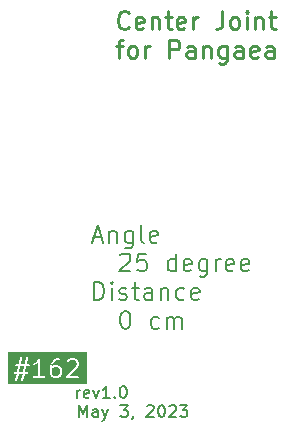
<source format=gbr>
%TF.GenerationSoftware,KiCad,Pcbnew,7.0.1-0*%
%TF.CreationDate,2023-05-03T10:27:22+09:00*%
%TF.ProjectId,centerjoint-0cm-wSwitch,63656e74-6572-46a6-9f69-6e742d30636d,rev?*%
%TF.SameCoordinates,Original*%
%TF.FileFunction,Legend,Top*%
%TF.FilePolarity,Positive*%
%FSLAX46Y46*%
G04 Gerber Fmt 4.6, Leading zero omitted, Abs format (unit mm)*
G04 Created by KiCad (PCBNEW 7.0.1-0) date 2023-05-03 10:27:22*
%MOMM*%
%LPD*%
G01*
G04 APERTURE LIST*
%ADD10C,0.250000*%
%ADD11C,0.150000*%
G04 APERTURE END LIST*
D10*
X31984269Y-24323569D02*
X31912841Y-24394998D01*
X31912841Y-24394998D02*
X31698555Y-24466426D01*
X31698555Y-24466426D02*
X31555698Y-24466426D01*
X31555698Y-24466426D02*
X31341412Y-24394998D01*
X31341412Y-24394998D02*
X31198555Y-24252140D01*
X31198555Y-24252140D02*
X31127126Y-24109283D01*
X31127126Y-24109283D02*
X31055698Y-23823569D01*
X31055698Y-23823569D02*
X31055698Y-23609283D01*
X31055698Y-23609283D02*
X31127126Y-23323569D01*
X31127126Y-23323569D02*
X31198555Y-23180712D01*
X31198555Y-23180712D02*
X31341412Y-23037855D01*
X31341412Y-23037855D02*
X31555698Y-22966426D01*
X31555698Y-22966426D02*
X31698555Y-22966426D01*
X31698555Y-22966426D02*
X31912841Y-23037855D01*
X31912841Y-23037855D02*
X31984269Y-23109283D01*
X33198555Y-24394998D02*
X33055698Y-24466426D01*
X33055698Y-24466426D02*
X32769984Y-24466426D01*
X32769984Y-24466426D02*
X32627126Y-24394998D01*
X32627126Y-24394998D02*
X32555698Y-24252140D01*
X32555698Y-24252140D02*
X32555698Y-23680712D01*
X32555698Y-23680712D02*
X32627126Y-23537855D01*
X32627126Y-23537855D02*
X32769984Y-23466426D01*
X32769984Y-23466426D02*
X33055698Y-23466426D01*
X33055698Y-23466426D02*
X33198555Y-23537855D01*
X33198555Y-23537855D02*
X33269984Y-23680712D01*
X33269984Y-23680712D02*
X33269984Y-23823569D01*
X33269984Y-23823569D02*
X32555698Y-23966426D01*
X33912840Y-23466426D02*
X33912840Y-24466426D01*
X33912840Y-23609283D02*
X33984269Y-23537855D01*
X33984269Y-23537855D02*
X34127126Y-23466426D01*
X34127126Y-23466426D02*
X34341412Y-23466426D01*
X34341412Y-23466426D02*
X34484269Y-23537855D01*
X34484269Y-23537855D02*
X34555698Y-23680712D01*
X34555698Y-23680712D02*
X34555698Y-24466426D01*
X35055698Y-23466426D02*
X35627126Y-23466426D01*
X35269983Y-22966426D02*
X35269983Y-24252140D01*
X35269983Y-24252140D02*
X35341412Y-24394998D01*
X35341412Y-24394998D02*
X35484269Y-24466426D01*
X35484269Y-24466426D02*
X35627126Y-24466426D01*
X36698555Y-24394998D02*
X36555698Y-24466426D01*
X36555698Y-24466426D02*
X36269984Y-24466426D01*
X36269984Y-24466426D02*
X36127126Y-24394998D01*
X36127126Y-24394998D02*
X36055698Y-24252140D01*
X36055698Y-24252140D02*
X36055698Y-23680712D01*
X36055698Y-23680712D02*
X36127126Y-23537855D01*
X36127126Y-23537855D02*
X36269984Y-23466426D01*
X36269984Y-23466426D02*
X36555698Y-23466426D01*
X36555698Y-23466426D02*
X36698555Y-23537855D01*
X36698555Y-23537855D02*
X36769984Y-23680712D01*
X36769984Y-23680712D02*
X36769984Y-23823569D01*
X36769984Y-23823569D02*
X36055698Y-23966426D01*
X37412840Y-24466426D02*
X37412840Y-23466426D01*
X37412840Y-23752140D02*
X37484269Y-23609283D01*
X37484269Y-23609283D02*
X37555698Y-23537855D01*
X37555698Y-23537855D02*
X37698555Y-23466426D01*
X37698555Y-23466426D02*
X37841412Y-23466426D01*
X39912840Y-22966426D02*
X39912840Y-24037855D01*
X39912840Y-24037855D02*
X39841411Y-24252140D01*
X39841411Y-24252140D02*
X39698554Y-24394998D01*
X39698554Y-24394998D02*
X39484268Y-24466426D01*
X39484268Y-24466426D02*
X39341411Y-24466426D01*
X40841411Y-24466426D02*
X40698554Y-24394998D01*
X40698554Y-24394998D02*
X40627125Y-24323569D01*
X40627125Y-24323569D02*
X40555697Y-24180712D01*
X40555697Y-24180712D02*
X40555697Y-23752140D01*
X40555697Y-23752140D02*
X40627125Y-23609283D01*
X40627125Y-23609283D02*
X40698554Y-23537855D01*
X40698554Y-23537855D02*
X40841411Y-23466426D01*
X40841411Y-23466426D02*
X41055697Y-23466426D01*
X41055697Y-23466426D02*
X41198554Y-23537855D01*
X41198554Y-23537855D02*
X41269983Y-23609283D01*
X41269983Y-23609283D02*
X41341411Y-23752140D01*
X41341411Y-23752140D02*
X41341411Y-24180712D01*
X41341411Y-24180712D02*
X41269983Y-24323569D01*
X41269983Y-24323569D02*
X41198554Y-24394998D01*
X41198554Y-24394998D02*
X41055697Y-24466426D01*
X41055697Y-24466426D02*
X40841411Y-24466426D01*
X41984268Y-24466426D02*
X41984268Y-23466426D01*
X41984268Y-22966426D02*
X41912840Y-23037855D01*
X41912840Y-23037855D02*
X41984268Y-23109283D01*
X41984268Y-23109283D02*
X42055697Y-23037855D01*
X42055697Y-23037855D02*
X41984268Y-22966426D01*
X41984268Y-22966426D02*
X41984268Y-23109283D01*
X42698554Y-23466426D02*
X42698554Y-24466426D01*
X42698554Y-23609283D02*
X42769983Y-23537855D01*
X42769983Y-23537855D02*
X42912840Y-23466426D01*
X42912840Y-23466426D02*
X43127126Y-23466426D01*
X43127126Y-23466426D02*
X43269983Y-23537855D01*
X43269983Y-23537855D02*
X43341412Y-23680712D01*
X43341412Y-23680712D02*
X43341412Y-24466426D01*
X43841412Y-23466426D02*
X44412840Y-23466426D01*
X44055697Y-22966426D02*
X44055697Y-24252140D01*
X44055697Y-24252140D02*
X44127126Y-24394998D01*
X44127126Y-24394998D02*
X44269983Y-24466426D01*
X44269983Y-24466426D02*
X44412840Y-24466426D01*
X30912841Y-25896426D02*
X31484269Y-25896426D01*
X31127126Y-26896426D02*
X31127126Y-25610712D01*
X31127126Y-25610712D02*
X31198555Y-25467855D01*
X31198555Y-25467855D02*
X31341412Y-25396426D01*
X31341412Y-25396426D02*
X31484269Y-25396426D01*
X32198555Y-26896426D02*
X32055698Y-26824998D01*
X32055698Y-26824998D02*
X31984269Y-26753569D01*
X31984269Y-26753569D02*
X31912841Y-26610712D01*
X31912841Y-26610712D02*
X31912841Y-26182140D01*
X31912841Y-26182140D02*
X31984269Y-26039283D01*
X31984269Y-26039283D02*
X32055698Y-25967855D01*
X32055698Y-25967855D02*
X32198555Y-25896426D01*
X32198555Y-25896426D02*
X32412841Y-25896426D01*
X32412841Y-25896426D02*
X32555698Y-25967855D01*
X32555698Y-25967855D02*
X32627127Y-26039283D01*
X32627127Y-26039283D02*
X32698555Y-26182140D01*
X32698555Y-26182140D02*
X32698555Y-26610712D01*
X32698555Y-26610712D02*
X32627127Y-26753569D01*
X32627127Y-26753569D02*
X32555698Y-26824998D01*
X32555698Y-26824998D02*
X32412841Y-26896426D01*
X32412841Y-26896426D02*
X32198555Y-26896426D01*
X33341412Y-26896426D02*
X33341412Y-25896426D01*
X33341412Y-26182140D02*
X33412841Y-26039283D01*
X33412841Y-26039283D02*
X33484270Y-25967855D01*
X33484270Y-25967855D02*
X33627127Y-25896426D01*
X33627127Y-25896426D02*
X33769984Y-25896426D01*
X35412840Y-26896426D02*
X35412840Y-25396426D01*
X35412840Y-25396426D02*
X35984269Y-25396426D01*
X35984269Y-25396426D02*
X36127126Y-25467855D01*
X36127126Y-25467855D02*
X36198555Y-25539283D01*
X36198555Y-25539283D02*
X36269983Y-25682140D01*
X36269983Y-25682140D02*
X36269983Y-25896426D01*
X36269983Y-25896426D02*
X36198555Y-26039283D01*
X36198555Y-26039283D02*
X36127126Y-26110712D01*
X36127126Y-26110712D02*
X35984269Y-26182140D01*
X35984269Y-26182140D02*
X35412840Y-26182140D01*
X37555698Y-26896426D02*
X37555698Y-26110712D01*
X37555698Y-26110712D02*
X37484269Y-25967855D01*
X37484269Y-25967855D02*
X37341412Y-25896426D01*
X37341412Y-25896426D02*
X37055698Y-25896426D01*
X37055698Y-25896426D02*
X36912840Y-25967855D01*
X37555698Y-26824998D02*
X37412840Y-26896426D01*
X37412840Y-26896426D02*
X37055698Y-26896426D01*
X37055698Y-26896426D02*
X36912840Y-26824998D01*
X36912840Y-26824998D02*
X36841412Y-26682140D01*
X36841412Y-26682140D02*
X36841412Y-26539283D01*
X36841412Y-26539283D02*
X36912840Y-26396426D01*
X36912840Y-26396426D02*
X37055698Y-26324998D01*
X37055698Y-26324998D02*
X37412840Y-26324998D01*
X37412840Y-26324998D02*
X37555698Y-26253569D01*
X38269983Y-25896426D02*
X38269983Y-26896426D01*
X38269983Y-26039283D02*
X38341412Y-25967855D01*
X38341412Y-25967855D02*
X38484269Y-25896426D01*
X38484269Y-25896426D02*
X38698555Y-25896426D01*
X38698555Y-25896426D02*
X38841412Y-25967855D01*
X38841412Y-25967855D02*
X38912841Y-26110712D01*
X38912841Y-26110712D02*
X38912841Y-26896426D01*
X40269984Y-25896426D02*
X40269984Y-27110712D01*
X40269984Y-27110712D02*
X40198555Y-27253569D01*
X40198555Y-27253569D02*
X40127126Y-27324998D01*
X40127126Y-27324998D02*
X39984269Y-27396426D01*
X39984269Y-27396426D02*
X39769984Y-27396426D01*
X39769984Y-27396426D02*
X39627126Y-27324998D01*
X40269984Y-26824998D02*
X40127126Y-26896426D01*
X40127126Y-26896426D02*
X39841412Y-26896426D01*
X39841412Y-26896426D02*
X39698555Y-26824998D01*
X39698555Y-26824998D02*
X39627126Y-26753569D01*
X39627126Y-26753569D02*
X39555698Y-26610712D01*
X39555698Y-26610712D02*
X39555698Y-26182140D01*
X39555698Y-26182140D02*
X39627126Y-26039283D01*
X39627126Y-26039283D02*
X39698555Y-25967855D01*
X39698555Y-25967855D02*
X39841412Y-25896426D01*
X39841412Y-25896426D02*
X40127126Y-25896426D01*
X40127126Y-25896426D02*
X40269984Y-25967855D01*
X41627127Y-26896426D02*
X41627127Y-26110712D01*
X41627127Y-26110712D02*
X41555698Y-25967855D01*
X41555698Y-25967855D02*
X41412841Y-25896426D01*
X41412841Y-25896426D02*
X41127127Y-25896426D01*
X41127127Y-25896426D02*
X40984269Y-25967855D01*
X41627127Y-26824998D02*
X41484269Y-26896426D01*
X41484269Y-26896426D02*
X41127127Y-26896426D01*
X41127127Y-26896426D02*
X40984269Y-26824998D01*
X40984269Y-26824998D02*
X40912841Y-26682140D01*
X40912841Y-26682140D02*
X40912841Y-26539283D01*
X40912841Y-26539283D02*
X40984269Y-26396426D01*
X40984269Y-26396426D02*
X41127127Y-26324998D01*
X41127127Y-26324998D02*
X41484269Y-26324998D01*
X41484269Y-26324998D02*
X41627127Y-26253569D01*
X42912841Y-26824998D02*
X42769984Y-26896426D01*
X42769984Y-26896426D02*
X42484270Y-26896426D01*
X42484270Y-26896426D02*
X42341412Y-26824998D01*
X42341412Y-26824998D02*
X42269984Y-26682140D01*
X42269984Y-26682140D02*
X42269984Y-26110712D01*
X42269984Y-26110712D02*
X42341412Y-25967855D01*
X42341412Y-25967855D02*
X42484270Y-25896426D01*
X42484270Y-25896426D02*
X42769984Y-25896426D01*
X42769984Y-25896426D02*
X42912841Y-25967855D01*
X42912841Y-25967855D02*
X42984270Y-26110712D01*
X42984270Y-26110712D02*
X42984270Y-26253569D01*
X42984270Y-26253569D02*
X42269984Y-26396426D01*
X44269984Y-26896426D02*
X44269984Y-26110712D01*
X44269984Y-26110712D02*
X44198555Y-25967855D01*
X44198555Y-25967855D02*
X44055698Y-25896426D01*
X44055698Y-25896426D02*
X43769984Y-25896426D01*
X43769984Y-25896426D02*
X43627126Y-25967855D01*
X44269984Y-26824998D02*
X44127126Y-26896426D01*
X44127126Y-26896426D02*
X43769984Y-26896426D01*
X43769984Y-26896426D02*
X43627126Y-26824998D01*
X43627126Y-26824998D02*
X43555698Y-26682140D01*
X43555698Y-26682140D02*
X43555698Y-26539283D01*
X43555698Y-26539283D02*
X43627126Y-26396426D01*
X43627126Y-26396426D02*
X43769984Y-26324998D01*
X43769984Y-26324998D02*
X44127126Y-26324998D01*
X44127126Y-26324998D02*
X44269984Y-26253569D01*
D11*
X27608079Y-55697390D02*
X27608079Y-55030723D01*
X27608079Y-55221199D02*
X27655698Y-55125961D01*
X27655698Y-55125961D02*
X27703317Y-55078342D01*
X27703317Y-55078342D02*
X27798555Y-55030723D01*
X27798555Y-55030723D02*
X27893793Y-55030723D01*
X28608079Y-55649771D02*
X28512841Y-55697390D01*
X28512841Y-55697390D02*
X28322365Y-55697390D01*
X28322365Y-55697390D02*
X28227127Y-55649771D01*
X28227127Y-55649771D02*
X28179508Y-55554532D01*
X28179508Y-55554532D02*
X28179508Y-55173580D01*
X28179508Y-55173580D02*
X28227127Y-55078342D01*
X28227127Y-55078342D02*
X28322365Y-55030723D01*
X28322365Y-55030723D02*
X28512841Y-55030723D01*
X28512841Y-55030723D02*
X28608079Y-55078342D01*
X28608079Y-55078342D02*
X28655698Y-55173580D01*
X28655698Y-55173580D02*
X28655698Y-55268818D01*
X28655698Y-55268818D02*
X28179508Y-55364056D01*
X28989032Y-55030723D02*
X29227127Y-55697390D01*
X29227127Y-55697390D02*
X29465222Y-55030723D01*
X30369984Y-55697390D02*
X29798556Y-55697390D01*
X30084270Y-55697390D02*
X30084270Y-54697390D01*
X30084270Y-54697390D02*
X29989032Y-54840247D01*
X29989032Y-54840247D02*
X29893794Y-54935485D01*
X29893794Y-54935485D02*
X29798556Y-54983104D01*
X30798556Y-55602151D02*
X30846175Y-55649771D01*
X30846175Y-55649771D02*
X30798556Y-55697390D01*
X30798556Y-55697390D02*
X30750937Y-55649771D01*
X30750937Y-55649771D02*
X30798556Y-55602151D01*
X30798556Y-55602151D02*
X30798556Y-55697390D01*
X31465222Y-54697390D02*
X31560460Y-54697390D01*
X31560460Y-54697390D02*
X31655698Y-54745009D01*
X31655698Y-54745009D02*
X31703317Y-54792628D01*
X31703317Y-54792628D02*
X31750936Y-54887866D01*
X31750936Y-54887866D02*
X31798555Y-55078342D01*
X31798555Y-55078342D02*
X31798555Y-55316437D01*
X31798555Y-55316437D02*
X31750936Y-55506913D01*
X31750936Y-55506913D02*
X31703317Y-55602151D01*
X31703317Y-55602151D02*
X31655698Y-55649771D01*
X31655698Y-55649771D02*
X31560460Y-55697390D01*
X31560460Y-55697390D02*
X31465222Y-55697390D01*
X31465222Y-55697390D02*
X31369984Y-55649771D01*
X31369984Y-55649771D02*
X31322365Y-55602151D01*
X31322365Y-55602151D02*
X31274746Y-55506913D01*
X31274746Y-55506913D02*
X31227127Y-55316437D01*
X31227127Y-55316437D02*
X31227127Y-55078342D01*
X31227127Y-55078342D02*
X31274746Y-54887866D01*
X31274746Y-54887866D02*
X31322365Y-54792628D01*
X31322365Y-54792628D02*
X31369984Y-54745009D01*
X31369984Y-54745009D02*
X31465222Y-54697390D01*
X27808079Y-57297390D02*
X27808079Y-56297390D01*
X27808079Y-56297390D02*
X28141412Y-57011675D01*
X28141412Y-57011675D02*
X28474745Y-56297390D01*
X28474745Y-56297390D02*
X28474745Y-57297390D01*
X29379507Y-57297390D02*
X29379507Y-56773580D01*
X29379507Y-56773580D02*
X29331888Y-56678342D01*
X29331888Y-56678342D02*
X29236650Y-56630723D01*
X29236650Y-56630723D02*
X29046174Y-56630723D01*
X29046174Y-56630723D02*
X28950936Y-56678342D01*
X29379507Y-57249771D02*
X29284269Y-57297390D01*
X29284269Y-57297390D02*
X29046174Y-57297390D01*
X29046174Y-57297390D02*
X28950936Y-57249771D01*
X28950936Y-57249771D02*
X28903317Y-57154532D01*
X28903317Y-57154532D02*
X28903317Y-57059294D01*
X28903317Y-57059294D02*
X28950936Y-56964056D01*
X28950936Y-56964056D02*
X29046174Y-56916437D01*
X29046174Y-56916437D02*
X29284269Y-56916437D01*
X29284269Y-56916437D02*
X29379507Y-56868818D01*
X29760460Y-56630723D02*
X29998555Y-57297390D01*
X30236650Y-56630723D02*
X29998555Y-57297390D01*
X29998555Y-57297390D02*
X29903317Y-57535485D01*
X29903317Y-57535485D02*
X29855698Y-57583104D01*
X29855698Y-57583104D02*
X29760460Y-57630723D01*
X31284270Y-56297390D02*
X31903317Y-56297390D01*
X31903317Y-56297390D02*
X31569984Y-56678342D01*
X31569984Y-56678342D02*
X31712841Y-56678342D01*
X31712841Y-56678342D02*
X31808079Y-56725961D01*
X31808079Y-56725961D02*
X31855698Y-56773580D01*
X31855698Y-56773580D02*
X31903317Y-56868818D01*
X31903317Y-56868818D02*
X31903317Y-57106913D01*
X31903317Y-57106913D02*
X31855698Y-57202151D01*
X31855698Y-57202151D02*
X31808079Y-57249771D01*
X31808079Y-57249771D02*
X31712841Y-57297390D01*
X31712841Y-57297390D02*
X31427127Y-57297390D01*
X31427127Y-57297390D02*
X31331889Y-57249771D01*
X31331889Y-57249771D02*
X31284270Y-57202151D01*
X32379508Y-57249771D02*
X32379508Y-57297390D01*
X32379508Y-57297390D02*
X32331889Y-57392628D01*
X32331889Y-57392628D02*
X32284270Y-57440247D01*
X33522365Y-56392628D02*
X33569984Y-56345009D01*
X33569984Y-56345009D02*
X33665222Y-56297390D01*
X33665222Y-56297390D02*
X33903317Y-56297390D01*
X33903317Y-56297390D02*
X33998555Y-56345009D01*
X33998555Y-56345009D02*
X34046174Y-56392628D01*
X34046174Y-56392628D02*
X34093793Y-56487866D01*
X34093793Y-56487866D02*
X34093793Y-56583104D01*
X34093793Y-56583104D02*
X34046174Y-56725961D01*
X34046174Y-56725961D02*
X33474746Y-57297390D01*
X33474746Y-57297390D02*
X34093793Y-57297390D01*
X34712841Y-56297390D02*
X34808079Y-56297390D01*
X34808079Y-56297390D02*
X34903317Y-56345009D01*
X34903317Y-56345009D02*
X34950936Y-56392628D01*
X34950936Y-56392628D02*
X34998555Y-56487866D01*
X34998555Y-56487866D02*
X35046174Y-56678342D01*
X35046174Y-56678342D02*
X35046174Y-56916437D01*
X35046174Y-56916437D02*
X34998555Y-57106913D01*
X34998555Y-57106913D02*
X34950936Y-57202151D01*
X34950936Y-57202151D02*
X34903317Y-57249771D01*
X34903317Y-57249771D02*
X34808079Y-57297390D01*
X34808079Y-57297390D02*
X34712841Y-57297390D01*
X34712841Y-57297390D02*
X34617603Y-57249771D01*
X34617603Y-57249771D02*
X34569984Y-57202151D01*
X34569984Y-57202151D02*
X34522365Y-57106913D01*
X34522365Y-57106913D02*
X34474746Y-56916437D01*
X34474746Y-56916437D02*
X34474746Y-56678342D01*
X34474746Y-56678342D02*
X34522365Y-56487866D01*
X34522365Y-56487866D02*
X34569984Y-56392628D01*
X34569984Y-56392628D02*
X34617603Y-56345009D01*
X34617603Y-56345009D02*
X34712841Y-56297390D01*
X35427127Y-56392628D02*
X35474746Y-56345009D01*
X35474746Y-56345009D02*
X35569984Y-56297390D01*
X35569984Y-56297390D02*
X35808079Y-56297390D01*
X35808079Y-56297390D02*
X35903317Y-56345009D01*
X35903317Y-56345009D02*
X35950936Y-56392628D01*
X35950936Y-56392628D02*
X35998555Y-56487866D01*
X35998555Y-56487866D02*
X35998555Y-56583104D01*
X35998555Y-56583104D02*
X35950936Y-56725961D01*
X35950936Y-56725961D02*
X35379508Y-57297390D01*
X35379508Y-57297390D02*
X35998555Y-57297390D01*
X36331889Y-56297390D02*
X36950936Y-56297390D01*
X36950936Y-56297390D02*
X36617603Y-56678342D01*
X36617603Y-56678342D02*
X36760460Y-56678342D01*
X36760460Y-56678342D02*
X36855698Y-56725961D01*
X36855698Y-56725961D02*
X36903317Y-56773580D01*
X36903317Y-56773580D02*
X36950936Y-56868818D01*
X36950936Y-56868818D02*
X36950936Y-57106913D01*
X36950936Y-57106913D02*
X36903317Y-57202151D01*
X36903317Y-57202151D02*
X36855698Y-57249771D01*
X36855698Y-57249771D02*
X36760460Y-57297390D01*
X36760460Y-57297390D02*
X36474746Y-57297390D01*
X36474746Y-57297390D02*
X36379508Y-57249771D01*
X36379508Y-57249771D02*
X36331889Y-57202151D01*
X28981461Y-42107855D02*
X29695747Y-42107855D01*
X28838604Y-42536426D02*
X29338604Y-41036426D01*
X29338604Y-41036426D02*
X29838604Y-42536426D01*
X30338603Y-41536426D02*
X30338603Y-42536426D01*
X30338603Y-41679283D02*
X30410032Y-41607855D01*
X30410032Y-41607855D02*
X30552889Y-41536426D01*
X30552889Y-41536426D02*
X30767175Y-41536426D01*
X30767175Y-41536426D02*
X30910032Y-41607855D01*
X30910032Y-41607855D02*
X30981461Y-41750712D01*
X30981461Y-41750712D02*
X30981461Y-42536426D01*
X32338604Y-41536426D02*
X32338604Y-42750712D01*
X32338604Y-42750712D02*
X32267175Y-42893569D01*
X32267175Y-42893569D02*
X32195746Y-42964998D01*
X32195746Y-42964998D02*
X32052889Y-43036426D01*
X32052889Y-43036426D02*
X31838604Y-43036426D01*
X31838604Y-43036426D02*
X31695746Y-42964998D01*
X32338604Y-42464998D02*
X32195746Y-42536426D01*
X32195746Y-42536426D02*
X31910032Y-42536426D01*
X31910032Y-42536426D02*
X31767175Y-42464998D01*
X31767175Y-42464998D02*
X31695746Y-42393569D01*
X31695746Y-42393569D02*
X31624318Y-42250712D01*
X31624318Y-42250712D02*
X31624318Y-41822140D01*
X31624318Y-41822140D02*
X31695746Y-41679283D01*
X31695746Y-41679283D02*
X31767175Y-41607855D01*
X31767175Y-41607855D02*
X31910032Y-41536426D01*
X31910032Y-41536426D02*
X32195746Y-41536426D01*
X32195746Y-41536426D02*
X32338604Y-41607855D01*
X33267175Y-42536426D02*
X33124318Y-42464998D01*
X33124318Y-42464998D02*
X33052889Y-42322140D01*
X33052889Y-42322140D02*
X33052889Y-41036426D01*
X34410032Y-42464998D02*
X34267175Y-42536426D01*
X34267175Y-42536426D02*
X33981461Y-42536426D01*
X33981461Y-42536426D02*
X33838603Y-42464998D01*
X33838603Y-42464998D02*
X33767175Y-42322140D01*
X33767175Y-42322140D02*
X33767175Y-41750712D01*
X33767175Y-41750712D02*
X33838603Y-41607855D01*
X33838603Y-41607855D02*
X33981461Y-41536426D01*
X33981461Y-41536426D02*
X34267175Y-41536426D01*
X34267175Y-41536426D02*
X34410032Y-41607855D01*
X34410032Y-41607855D02*
X34481461Y-41750712D01*
X34481461Y-41750712D02*
X34481461Y-41893569D01*
X34481461Y-41893569D02*
X33767175Y-42036426D01*
X31267175Y-43609283D02*
X31338603Y-43537855D01*
X31338603Y-43537855D02*
X31481461Y-43466426D01*
X31481461Y-43466426D02*
X31838603Y-43466426D01*
X31838603Y-43466426D02*
X31981461Y-43537855D01*
X31981461Y-43537855D02*
X32052889Y-43609283D01*
X32052889Y-43609283D02*
X32124318Y-43752140D01*
X32124318Y-43752140D02*
X32124318Y-43894998D01*
X32124318Y-43894998D02*
X32052889Y-44109283D01*
X32052889Y-44109283D02*
X31195746Y-44966426D01*
X31195746Y-44966426D02*
X32124318Y-44966426D01*
X33481460Y-43466426D02*
X32767174Y-43466426D01*
X32767174Y-43466426D02*
X32695746Y-44180712D01*
X32695746Y-44180712D02*
X32767174Y-44109283D01*
X32767174Y-44109283D02*
X32910032Y-44037855D01*
X32910032Y-44037855D02*
X33267174Y-44037855D01*
X33267174Y-44037855D02*
X33410032Y-44109283D01*
X33410032Y-44109283D02*
X33481460Y-44180712D01*
X33481460Y-44180712D02*
X33552889Y-44323569D01*
X33552889Y-44323569D02*
X33552889Y-44680712D01*
X33552889Y-44680712D02*
X33481460Y-44823569D01*
X33481460Y-44823569D02*
X33410032Y-44894998D01*
X33410032Y-44894998D02*
X33267174Y-44966426D01*
X33267174Y-44966426D02*
X32910032Y-44966426D01*
X32910032Y-44966426D02*
X32767174Y-44894998D01*
X32767174Y-44894998D02*
X32695746Y-44823569D01*
X35981460Y-44966426D02*
X35981460Y-43466426D01*
X35981460Y-44894998D02*
X35838602Y-44966426D01*
X35838602Y-44966426D02*
X35552888Y-44966426D01*
X35552888Y-44966426D02*
X35410031Y-44894998D01*
X35410031Y-44894998D02*
X35338602Y-44823569D01*
X35338602Y-44823569D02*
X35267174Y-44680712D01*
X35267174Y-44680712D02*
X35267174Y-44252140D01*
X35267174Y-44252140D02*
X35338602Y-44109283D01*
X35338602Y-44109283D02*
X35410031Y-44037855D01*
X35410031Y-44037855D02*
X35552888Y-43966426D01*
X35552888Y-43966426D02*
X35838602Y-43966426D01*
X35838602Y-43966426D02*
X35981460Y-44037855D01*
X37267174Y-44894998D02*
X37124317Y-44966426D01*
X37124317Y-44966426D02*
X36838603Y-44966426D01*
X36838603Y-44966426D02*
X36695745Y-44894998D01*
X36695745Y-44894998D02*
X36624317Y-44752140D01*
X36624317Y-44752140D02*
X36624317Y-44180712D01*
X36624317Y-44180712D02*
X36695745Y-44037855D01*
X36695745Y-44037855D02*
X36838603Y-43966426D01*
X36838603Y-43966426D02*
X37124317Y-43966426D01*
X37124317Y-43966426D02*
X37267174Y-44037855D01*
X37267174Y-44037855D02*
X37338603Y-44180712D01*
X37338603Y-44180712D02*
X37338603Y-44323569D01*
X37338603Y-44323569D02*
X36624317Y-44466426D01*
X38624317Y-43966426D02*
X38624317Y-45180712D01*
X38624317Y-45180712D02*
X38552888Y-45323569D01*
X38552888Y-45323569D02*
X38481459Y-45394998D01*
X38481459Y-45394998D02*
X38338602Y-45466426D01*
X38338602Y-45466426D02*
X38124317Y-45466426D01*
X38124317Y-45466426D02*
X37981459Y-45394998D01*
X38624317Y-44894998D02*
X38481459Y-44966426D01*
X38481459Y-44966426D02*
X38195745Y-44966426D01*
X38195745Y-44966426D02*
X38052888Y-44894998D01*
X38052888Y-44894998D02*
X37981459Y-44823569D01*
X37981459Y-44823569D02*
X37910031Y-44680712D01*
X37910031Y-44680712D02*
X37910031Y-44252140D01*
X37910031Y-44252140D02*
X37981459Y-44109283D01*
X37981459Y-44109283D02*
X38052888Y-44037855D01*
X38052888Y-44037855D02*
X38195745Y-43966426D01*
X38195745Y-43966426D02*
X38481459Y-43966426D01*
X38481459Y-43966426D02*
X38624317Y-44037855D01*
X39338602Y-44966426D02*
X39338602Y-43966426D01*
X39338602Y-44252140D02*
X39410031Y-44109283D01*
X39410031Y-44109283D02*
X39481460Y-44037855D01*
X39481460Y-44037855D02*
X39624317Y-43966426D01*
X39624317Y-43966426D02*
X39767174Y-43966426D01*
X40838602Y-44894998D02*
X40695745Y-44966426D01*
X40695745Y-44966426D02*
X40410031Y-44966426D01*
X40410031Y-44966426D02*
X40267173Y-44894998D01*
X40267173Y-44894998D02*
X40195745Y-44752140D01*
X40195745Y-44752140D02*
X40195745Y-44180712D01*
X40195745Y-44180712D02*
X40267173Y-44037855D01*
X40267173Y-44037855D02*
X40410031Y-43966426D01*
X40410031Y-43966426D02*
X40695745Y-43966426D01*
X40695745Y-43966426D02*
X40838602Y-44037855D01*
X40838602Y-44037855D02*
X40910031Y-44180712D01*
X40910031Y-44180712D02*
X40910031Y-44323569D01*
X40910031Y-44323569D02*
X40195745Y-44466426D01*
X42124316Y-44894998D02*
X41981459Y-44966426D01*
X41981459Y-44966426D02*
X41695745Y-44966426D01*
X41695745Y-44966426D02*
X41552887Y-44894998D01*
X41552887Y-44894998D02*
X41481459Y-44752140D01*
X41481459Y-44752140D02*
X41481459Y-44180712D01*
X41481459Y-44180712D02*
X41552887Y-44037855D01*
X41552887Y-44037855D02*
X41695745Y-43966426D01*
X41695745Y-43966426D02*
X41981459Y-43966426D01*
X41981459Y-43966426D02*
X42124316Y-44037855D01*
X42124316Y-44037855D02*
X42195745Y-44180712D01*
X42195745Y-44180712D02*
X42195745Y-44323569D01*
X42195745Y-44323569D02*
X41481459Y-44466426D01*
X29052889Y-47396426D02*
X29052889Y-45896426D01*
X29052889Y-45896426D02*
X29410032Y-45896426D01*
X29410032Y-45896426D02*
X29624318Y-45967855D01*
X29624318Y-45967855D02*
X29767175Y-46110712D01*
X29767175Y-46110712D02*
X29838604Y-46253569D01*
X29838604Y-46253569D02*
X29910032Y-46539283D01*
X29910032Y-46539283D02*
X29910032Y-46753569D01*
X29910032Y-46753569D02*
X29838604Y-47039283D01*
X29838604Y-47039283D02*
X29767175Y-47182140D01*
X29767175Y-47182140D02*
X29624318Y-47324998D01*
X29624318Y-47324998D02*
X29410032Y-47396426D01*
X29410032Y-47396426D02*
X29052889Y-47396426D01*
X30552889Y-47396426D02*
X30552889Y-46396426D01*
X30552889Y-45896426D02*
X30481461Y-45967855D01*
X30481461Y-45967855D02*
X30552889Y-46039283D01*
X30552889Y-46039283D02*
X30624318Y-45967855D01*
X30624318Y-45967855D02*
X30552889Y-45896426D01*
X30552889Y-45896426D02*
X30552889Y-46039283D01*
X31195747Y-47324998D02*
X31338604Y-47396426D01*
X31338604Y-47396426D02*
X31624318Y-47396426D01*
X31624318Y-47396426D02*
X31767175Y-47324998D01*
X31767175Y-47324998D02*
X31838604Y-47182140D01*
X31838604Y-47182140D02*
X31838604Y-47110712D01*
X31838604Y-47110712D02*
X31767175Y-46967855D01*
X31767175Y-46967855D02*
X31624318Y-46896426D01*
X31624318Y-46896426D02*
X31410033Y-46896426D01*
X31410033Y-46896426D02*
X31267175Y-46824998D01*
X31267175Y-46824998D02*
X31195747Y-46682140D01*
X31195747Y-46682140D02*
X31195747Y-46610712D01*
X31195747Y-46610712D02*
X31267175Y-46467855D01*
X31267175Y-46467855D02*
X31410033Y-46396426D01*
X31410033Y-46396426D02*
X31624318Y-46396426D01*
X31624318Y-46396426D02*
X31767175Y-46467855D01*
X32267176Y-46396426D02*
X32838604Y-46396426D01*
X32481461Y-45896426D02*
X32481461Y-47182140D01*
X32481461Y-47182140D02*
X32552890Y-47324998D01*
X32552890Y-47324998D02*
X32695747Y-47396426D01*
X32695747Y-47396426D02*
X32838604Y-47396426D01*
X33981462Y-47396426D02*
X33981462Y-46610712D01*
X33981462Y-46610712D02*
X33910033Y-46467855D01*
X33910033Y-46467855D02*
X33767176Y-46396426D01*
X33767176Y-46396426D02*
X33481462Y-46396426D01*
X33481462Y-46396426D02*
X33338604Y-46467855D01*
X33981462Y-47324998D02*
X33838604Y-47396426D01*
X33838604Y-47396426D02*
X33481462Y-47396426D01*
X33481462Y-47396426D02*
X33338604Y-47324998D01*
X33338604Y-47324998D02*
X33267176Y-47182140D01*
X33267176Y-47182140D02*
X33267176Y-47039283D01*
X33267176Y-47039283D02*
X33338604Y-46896426D01*
X33338604Y-46896426D02*
X33481462Y-46824998D01*
X33481462Y-46824998D02*
X33838604Y-46824998D01*
X33838604Y-46824998D02*
X33981462Y-46753569D01*
X34695747Y-46396426D02*
X34695747Y-47396426D01*
X34695747Y-46539283D02*
X34767176Y-46467855D01*
X34767176Y-46467855D02*
X34910033Y-46396426D01*
X34910033Y-46396426D02*
X35124319Y-46396426D01*
X35124319Y-46396426D02*
X35267176Y-46467855D01*
X35267176Y-46467855D02*
X35338605Y-46610712D01*
X35338605Y-46610712D02*
X35338605Y-47396426D01*
X36695748Y-47324998D02*
X36552890Y-47396426D01*
X36552890Y-47396426D02*
X36267176Y-47396426D01*
X36267176Y-47396426D02*
X36124319Y-47324998D01*
X36124319Y-47324998D02*
X36052890Y-47253569D01*
X36052890Y-47253569D02*
X35981462Y-47110712D01*
X35981462Y-47110712D02*
X35981462Y-46682140D01*
X35981462Y-46682140D02*
X36052890Y-46539283D01*
X36052890Y-46539283D02*
X36124319Y-46467855D01*
X36124319Y-46467855D02*
X36267176Y-46396426D01*
X36267176Y-46396426D02*
X36552890Y-46396426D01*
X36552890Y-46396426D02*
X36695748Y-46467855D01*
X37910033Y-47324998D02*
X37767176Y-47396426D01*
X37767176Y-47396426D02*
X37481462Y-47396426D01*
X37481462Y-47396426D02*
X37338604Y-47324998D01*
X37338604Y-47324998D02*
X37267176Y-47182140D01*
X37267176Y-47182140D02*
X37267176Y-46610712D01*
X37267176Y-46610712D02*
X37338604Y-46467855D01*
X37338604Y-46467855D02*
X37481462Y-46396426D01*
X37481462Y-46396426D02*
X37767176Y-46396426D01*
X37767176Y-46396426D02*
X37910033Y-46467855D01*
X37910033Y-46467855D02*
X37981462Y-46610712D01*
X37981462Y-46610712D02*
X37981462Y-46753569D01*
X37981462Y-46753569D02*
X37267176Y-46896426D01*
X31624318Y-48326426D02*
X31767175Y-48326426D01*
X31767175Y-48326426D02*
X31910032Y-48397855D01*
X31910032Y-48397855D02*
X31981461Y-48469283D01*
X31981461Y-48469283D02*
X32052889Y-48612140D01*
X32052889Y-48612140D02*
X32124318Y-48897855D01*
X32124318Y-48897855D02*
X32124318Y-49254998D01*
X32124318Y-49254998D02*
X32052889Y-49540712D01*
X32052889Y-49540712D02*
X31981461Y-49683569D01*
X31981461Y-49683569D02*
X31910032Y-49754998D01*
X31910032Y-49754998D02*
X31767175Y-49826426D01*
X31767175Y-49826426D02*
X31624318Y-49826426D01*
X31624318Y-49826426D02*
X31481461Y-49754998D01*
X31481461Y-49754998D02*
X31410032Y-49683569D01*
X31410032Y-49683569D02*
X31338603Y-49540712D01*
X31338603Y-49540712D02*
X31267175Y-49254998D01*
X31267175Y-49254998D02*
X31267175Y-48897855D01*
X31267175Y-48897855D02*
X31338603Y-48612140D01*
X31338603Y-48612140D02*
X31410032Y-48469283D01*
X31410032Y-48469283D02*
X31481461Y-48397855D01*
X31481461Y-48397855D02*
X31624318Y-48326426D01*
X34552889Y-49754998D02*
X34410031Y-49826426D01*
X34410031Y-49826426D02*
X34124317Y-49826426D01*
X34124317Y-49826426D02*
X33981460Y-49754998D01*
X33981460Y-49754998D02*
X33910031Y-49683569D01*
X33910031Y-49683569D02*
X33838603Y-49540712D01*
X33838603Y-49540712D02*
X33838603Y-49112140D01*
X33838603Y-49112140D02*
X33910031Y-48969283D01*
X33910031Y-48969283D02*
X33981460Y-48897855D01*
X33981460Y-48897855D02*
X34124317Y-48826426D01*
X34124317Y-48826426D02*
X34410031Y-48826426D01*
X34410031Y-48826426D02*
X34552889Y-48897855D01*
X35195745Y-49826426D02*
X35195745Y-48826426D01*
X35195745Y-48969283D02*
X35267174Y-48897855D01*
X35267174Y-48897855D02*
X35410031Y-48826426D01*
X35410031Y-48826426D02*
X35624317Y-48826426D01*
X35624317Y-48826426D02*
X35767174Y-48897855D01*
X35767174Y-48897855D02*
X35838603Y-49040712D01*
X35838603Y-49040712D02*
X35838603Y-49826426D01*
X35838603Y-49040712D02*
X35910031Y-48897855D01*
X35910031Y-48897855D02*
X36052888Y-48826426D01*
X36052888Y-48826426D02*
X36267174Y-48826426D01*
X36267174Y-48826426D02*
X36410031Y-48897855D01*
X36410031Y-48897855D02*
X36481460Y-49040712D01*
X36481460Y-49040712D02*
X36481460Y-49826426D01*
G36*
X23038392Y-53494066D02*
G01*
X22692051Y-53494066D01*
X22801575Y-53001209D01*
X23147916Y-53001209D01*
X23038392Y-53494066D01*
G37*
G36*
X26054127Y-53130704D02*
G01*
X26108344Y-53184922D01*
X26166412Y-53301057D01*
X26166412Y-53622790D01*
X26108343Y-53738924D01*
X26054127Y-53793142D01*
X25937993Y-53851209D01*
X25687689Y-53851209D01*
X25571552Y-53793141D01*
X25517337Y-53738926D01*
X25459269Y-53622790D01*
X25459269Y-53301058D01*
X25517336Y-53184921D01*
X25571552Y-53130706D01*
X25687688Y-53072638D01*
X25937992Y-53072638D01*
X26054127Y-53130704D01*
G37*
G36*
X28469983Y-54549067D02*
G01*
X21730698Y-54549067D01*
X21730698Y-53580190D01*
X22235471Y-53580190D01*
X22253767Y-53620254D01*
X22290819Y-53644066D01*
X22505059Y-53644066D01*
X22380145Y-54206178D01*
X22382339Y-54238912D01*
X22408576Y-54274288D01*
X22449773Y-54289864D01*
X22492852Y-54280695D01*
X22524135Y-54249690D01*
X22658718Y-53644066D01*
X23005059Y-53644066D01*
X22880145Y-54206178D01*
X22882339Y-54238912D01*
X22908576Y-54274288D01*
X22949773Y-54289864D01*
X22992852Y-54280695D01*
X23024135Y-54249690D01*
X23158718Y-53644066D01*
X23395051Y-53644066D01*
X23426529Y-53634823D01*
X23455371Y-53601537D01*
X23461639Y-53557942D01*
X23443343Y-53517878D01*
X23406291Y-53494066D01*
X23192051Y-53494066D01*
X23301575Y-53001209D01*
X23537908Y-53001209D01*
X23569386Y-52991966D01*
X23598228Y-52958680D01*
X23604496Y-52915085D01*
X23586200Y-52875021D01*
X23558993Y-52857536D01*
X23877581Y-52857536D01*
X23891471Y-52899332D01*
X23925753Y-52926984D01*
X23969542Y-52931712D01*
X24123685Y-52854639D01*
X24136016Y-52851957D01*
X24150635Y-52837337D01*
X24165761Y-52823268D01*
X24166123Y-52821849D01*
X24284415Y-52703557D01*
X24291600Y-52700421D01*
X24299696Y-52688276D01*
X24302069Y-52685904D01*
X24305648Y-52679347D01*
X24309269Y-52673918D01*
X24309269Y-53851209D01*
X23944916Y-53851209D01*
X23913438Y-53860452D01*
X23884596Y-53893738D01*
X23878328Y-53937333D01*
X23896624Y-53977397D01*
X23933676Y-54001209D01*
X24378909Y-54001209D01*
X24395393Y-54003579D01*
X24400583Y-54001209D01*
X24823623Y-54001209D01*
X24855101Y-53991966D01*
X24883943Y-53958680D01*
X24890211Y-53915085D01*
X24871915Y-53875021D01*
X24834863Y-53851209D01*
X24459269Y-53851209D01*
X24459269Y-53291743D01*
X25306555Y-53291743D01*
X25309269Y-53298287D01*
X25309269Y-53636454D01*
X25307338Y-53654339D01*
X25314194Y-53668052D01*
X25318512Y-53682755D01*
X25323865Y-53687393D01*
X25384409Y-53808482D01*
X25387092Y-53820813D01*
X25401711Y-53835432D01*
X25415781Y-53850558D01*
X25417199Y-53850920D01*
X25467444Y-53901165D01*
X25473888Y-53912015D01*
X25492387Y-53921264D01*
X25510511Y-53931161D01*
X25511971Y-53931056D01*
X25632831Y-53991485D01*
X25647961Y-54001209D01*
X25663292Y-54001209D01*
X25678375Y-54003923D01*
X25684919Y-54001209D01*
X25951660Y-54001209D01*
X25969541Y-54003140D01*
X25983255Y-53996282D01*
X25997957Y-53991966D01*
X26002595Y-53986612D01*
X26101154Y-53937333D01*
X26664041Y-53937333D01*
X26667568Y-53945056D01*
X26668174Y-53953525D01*
X26676537Y-53964697D01*
X26682337Y-53977397D01*
X26689480Y-53981987D01*
X26694568Y-53988784D01*
X26707644Y-53993661D01*
X26719389Y-54001209D01*
X26727880Y-54001209D01*
X26735835Y-54004176D01*
X26749474Y-54001209D01*
X27680765Y-54001209D01*
X27712243Y-53991966D01*
X27741085Y-53958680D01*
X27747353Y-53915085D01*
X27729057Y-53875021D01*
X27692005Y-53851209D01*
X26922477Y-53851209D01*
X27648732Y-53124953D01*
X27662741Y-53113675D01*
X27667589Y-53099130D01*
X27674933Y-53085681D01*
X27674427Y-53078615D01*
X27738161Y-52887417D01*
X27744983Y-52876803D01*
X27744983Y-52856124D01*
X27745729Y-52835484D01*
X27744983Y-52834225D01*
X27744983Y-52715958D01*
X27746913Y-52698079D01*
X27740058Y-52684369D01*
X27735740Y-52669663D01*
X27730384Y-52665022D01*
X27669841Y-52543935D01*
X27667159Y-52531605D01*
X27652534Y-52516980D01*
X27638469Y-52501860D01*
X27637051Y-52501497D01*
X27586807Y-52451253D01*
X27580364Y-52440404D01*
X27561863Y-52431153D01*
X27543741Y-52421258D01*
X27542280Y-52421362D01*
X27421419Y-52360932D01*
X27406290Y-52351209D01*
X27390960Y-52351209D01*
X27375877Y-52348495D01*
X27369333Y-52351209D01*
X27031166Y-52351209D01*
X27013282Y-52349278D01*
X26999568Y-52356134D01*
X26984866Y-52360452D01*
X26980227Y-52365805D01*
X26859137Y-52426350D01*
X26846807Y-52429033D01*
X26832187Y-52443652D01*
X26817062Y-52457722D01*
X26816699Y-52459140D01*
X26752183Y-52523657D01*
X26736460Y-52552451D01*
X26739603Y-52596382D01*
X26765997Y-52631641D01*
X26807264Y-52647033D01*
X26850301Y-52637671D01*
X26928694Y-52559277D01*
X27044831Y-52501209D01*
X27366562Y-52501209D01*
X27482699Y-52559277D01*
X27536914Y-52613492D01*
X27594983Y-52729628D01*
X27594983Y-52842610D01*
X27533001Y-53028552D01*
X26701913Y-53859640D01*
X26699151Y-53860452D01*
X26686488Y-53875065D01*
X26680754Y-53880800D01*
X26679449Y-53883189D01*
X26670309Y-53893738D01*
X26669100Y-53902140D01*
X26665031Y-53909594D01*
X26666027Y-53923518D01*
X26664041Y-53937333D01*
X26101154Y-53937333D01*
X26123684Y-53926068D01*
X26136017Y-53923386D01*
X26150644Y-53908757D01*
X26165761Y-53894697D01*
X26166123Y-53893278D01*
X26216368Y-53843032D01*
X26227216Y-53836590D01*
X26236460Y-53818101D01*
X26246363Y-53799966D01*
X26246258Y-53798505D01*
X26306690Y-53677644D01*
X26316412Y-53662517D01*
X26316412Y-53647187D01*
X26319126Y-53632104D01*
X26316412Y-53625560D01*
X26316412Y-53287387D01*
X26318342Y-53269508D01*
X26311487Y-53255798D01*
X26307169Y-53241092D01*
X26301813Y-53236451D01*
X26241270Y-53115364D01*
X26238588Y-53103034D01*
X26223961Y-53088407D01*
X26209898Y-53073289D01*
X26208480Y-53072926D01*
X26158238Y-53022683D01*
X26151793Y-53011832D01*
X26133286Y-53002578D01*
X26115170Y-52992687D01*
X26113711Y-52992791D01*
X25992848Y-52932360D01*
X25977719Y-52922638D01*
X25962388Y-52922638D01*
X25947305Y-52919924D01*
X25940762Y-52922638D01*
X25674024Y-52922638D01*
X25656139Y-52920707D01*
X25642425Y-52927563D01*
X25627723Y-52931881D01*
X25623084Y-52937234D01*
X25501995Y-52997778D01*
X25489665Y-53000461D01*
X25475083Y-53015042D01*
X25525307Y-52814144D01*
X25656838Y-52616848D01*
X25714409Y-52559277D01*
X25830545Y-52501209D01*
X26109337Y-52501209D01*
X26140815Y-52491966D01*
X26169657Y-52458680D01*
X26175925Y-52415085D01*
X26157629Y-52375021D01*
X26120577Y-52351209D01*
X25816875Y-52351209D01*
X25798996Y-52349279D01*
X25785286Y-52356133D01*
X25770580Y-52360452D01*
X25765939Y-52365807D01*
X25644852Y-52426350D01*
X25632522Y-52429033D01*
X25617897Y-52443657D01*
X25602777Y-52457723D01*
X25602414Y-52459140D01*
X25555550Y-52506004D01*
X25548367Y-52509140D01*
X25540270Y-52521284D01*
X25537898Y-52523657D01*
X25534316Y-52530215D01*
X25398061Y-52734597D01*
X25388277Y-52743798D01*
X25383454Y-52763088D01*
X25377542Y-52782039D01*
X25378157Y-52784274D01*
X25314501Y-53038902D01*
X25309269Y-53047044D01*
X25309269Y-53059832D01*
X25308893Y-53061336D01*
X25309269Y-53070582D01*
X25309269Y-53276660D01*
X25306555Y-53291743D01*
X24459269Y-53291743D01*
X24459269Y-52437635D01*
X24462424Y-52427522D01*
X24459269Y-52416069D01*
X24459269Y-52415427D01*
X24456410Y-52405692D01*
X24450727Y-52385060D01*
X24450218Y-52384604D01*
X24450026Y-52383949D01*
X24433884Y-52369962D01*
X24417931Y-52355662D01*
X24417254Y-52355553D01*
X24416740Y-52355107D01*
X24395620Y-52352070D01*
X24374447Y-52348662D01*
X24373819Y-52348935D01*
X24373145Y-52348839D01*
X24353711Y-52357713D01*
X24334081Y-52366283D01*
X24333702Y-52366851D01*
X24333081Y-52367135D01*
X24321514Y-52385133D01*
X24183126Y-52592714D01*
X24054127Y-52721714D01*
X23912513Y-52792521D01*
X23888492Y-52814866D01*
X23877581Y-52857536D01*
X23558993Y-52857536D01*
X23549148Y-52851209D01*
X23334908Y-52851209D01*
X23459822Y-52289097D01*
X23457628Y-52256363D01*
X23431391Y-52220987D01*
X23390194Y-52205411D01*
X23347115Y-52214581D01*
X23315832Y-52245585D01*
X23181249Y-52851209D01*
X22834908Y-52851209D01*
X22959822Y-52289097D01*
X22957628Y-52256363D01*
X22931391Y-52220987D01*
X22890194Y-52205411D01*
X22847115Y-52214581D01*
X22815832Y-52245585D01*
X22681249Y-52851209D01*
X22444916Y-52851209D01*
X22413438Y-52860452D01*
X22384596Y-52893738D01*
X22378328Y-52937333D01*
X22396624Y-52977397D01*
X22433676Y-53001209D01*
X22647916Y-53001209D01*
X22538392Y-53494066D01*
X22302059Y-53494066D01*
X22270581Y-53503309D01*
X22241739Y-53536595D01*
X22235471Y-53580190D01*
X21730698Y-53580190D01*
X21730698Y-51795495D01*
X28469983Y-51795495D01*
X28469983Y-54549067D01*
G37*
M02*

</source>
